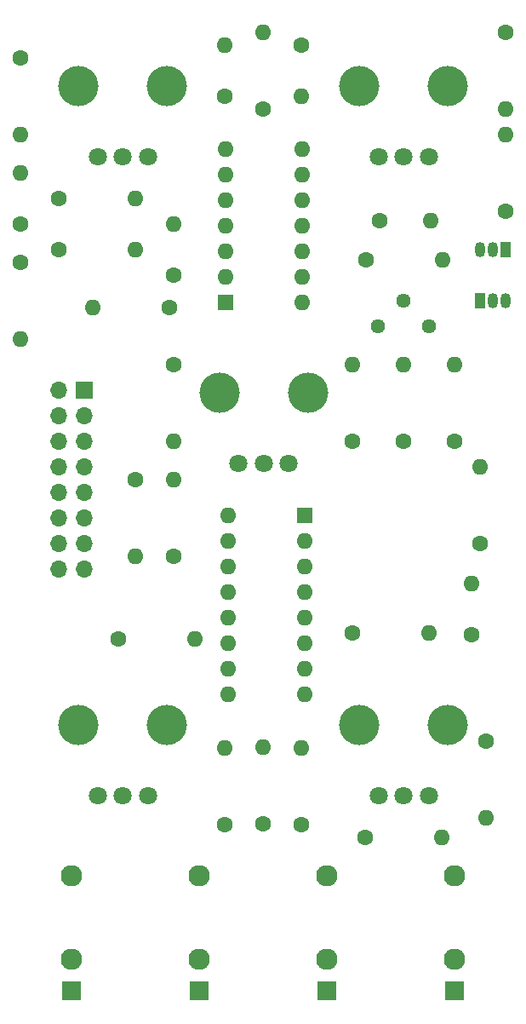
<source format=gts>
%TF.GenerationSoftware,KiCad,Pcbnew,(6.0.7)*%
%TF.CreationDate,2022-08-28T16:32:13+02:00*%
%TF.ProjectId,filter,66696c74-6572-42e6-9b69-6361645f7063,rev?*%
%TF.SameCoordinates,Original*%
%TF.FileFunction,Soldermask,Top*%
%TF.FilePolarity,Negative*%
%FSLAX46Y46*%
G04 Gerber Fmt 4.6, Leading zero omitted, Abs format (unit mm)*
G04 Created by KiCad (PCBNEW (6.0.7)) date 2022-08-28 16:32:13*
%MOMM*%
%LPD*%
G01*
G04 APERTURE LIST*
%ADD10O,1.600000X1.600000*%
%ADD11R,1.600000X1.600000*%
%ADD12C,4.000000*%
%ADD13C,1.800000*%
%ADD14C,1.600000*%
%ADD15R,1.930000X1.830000*%
%ADD16C,2.130000*%
%ADD17O,1.050000X1.500000*%
%ADD18R,1.050000X1.500000*%
%ADD19O,1.700000X1.700000*%
%ADD20R,1.700000X1.700000*%
%ADD21C,1.440000*%
G04 APERTURE END LIST*
D10*
X144874245Y-77149368D03*
X144874245Y-74609368D03*
X144874245Y-72069368D03*
X144874245Y-69529368D03*
X144874245Y-66989368D03*
X144874245Y-64449368D03*
X144874245Y-61909368D03*
X137254245Y-61909368D03*
X137254245Y-64449368D03*
X137254245Y-66989368D03*
X137254245Y-69529368D03*
X137254245Y-72069368D03*
X137254245Y-74609368D03*
D11*
X137254245Y-77149368D03*
D12*
X150540000Y-119130000D03*
X159340000Y-119130000D03*
D13*
X157440000Y-126130000D03*
X154940000Y-126130000D03*
X152440000Y-126130000D03*
D10*
X116840000Y-64200000D03*
D14*
X116840000Y-69280000D03*
D10*
X158858077Y-72858635D03*
D14*
X151238077Y-72858635D03*
D12*
X150540000Y-55630000D03*
X159340000Y-55630000D03*
D13*
X157440000Y-62630000D03*
X154940000Y-62630000D03*
X152440000Y-62630000D03*
D10*
X134174436Y-110518109D03*
D14*
X126554436Y-110518109D03*
D10*
X149860000Y-83250000D03*
D14*
X149860000Y-90870000D03*
D12*
X131400000Y-55630000D03*
X122600000Y-55630000D03*
D13*
X129500000Y-62630000D03*
X127000000Y-62630000D03*
X124500000Y-62630000D03*
D10*
X128270000Y-71820000D03*
D14*
X120650000Y-71820000D03*
D10*
X165100000Y-60390000D03*
D14*
X165100000Y-68010000D03*
D10*
X140970000Y-50230000D03*
D14*
X140970000Y-57850000D03*
D10*
X160020000Y-83250000D03*
D14*
X160020000Y-90870000D03*
D10*
X128270000Y-66740000D03*
D14*
X120650000Y-66740000D03*
D15*
X160020000Y-145480000D03*
D16*
X160020000Y-134080000D03*
X160020000Y-142380000D03*
D10*
X137160000Y-51500000D03*
D14*
X137160000Y-56580000D03*
D10*
X161698385Y-105026821D03*
D14*
X161698385Y-110106821D03*
D10*
X132080000Y-90870000D03*
D14*
X132080000Y-83250000D03*
D10*
X128255709Y-102378654D03*
D14*
X128255709Y-94758654D03*
D10*
X124012500Y-77609507D03*
D14*
X131632500Y-77609507D03*
X144780000Y-128970000D03*
D10*
X144780000Y-121350000D03*
X163160436Y-128350509D03*
D14*
X163160436Y-120730509D03*
D10*
X157654806Y-68989162D03*
D14*
X152574806Y-68989162D03*
X137160000Y-128970000D03*
D10*
X137160000Y-121350000D03*
D12*
X131400000Y-119130000D03*
X122600000Y-119130000D03*
D13*
X129500000Y-126130000D03*
X127000000Y-126130000D03*
X124500000Y-126130000D03*
D14*
X151130000Y-130240000D03*
D10*
X158750000Y-130240000D03*
X132080000Y-94680000D03*
D14*
X132080000Y-102300000D03*
D15*
X147320000Y-145480000D03*
D16*
X147320000Y-134080000D03*
X147320000Y-142380000D03*
D15*
X134620000Y-145480000D03*
D16*
X134620000Y-134080000D03*
X134620000Y-142380000D03*
D12*
X136606702Y-86110000D03*
X145406702Y-86110000D03*
D13*
X143506702Y-93110000D03*
X141006702Y-93110000D03*
X138506702Y-93110000D03*
D14*
X140983490Y-128894692D03*
D10*
X140983490Y-121274692D03*
X157480000Y-109920000D03*
D14*
X149860000Y-109920000D03*
D10*
X116840000Y-80710000D03*
D14*
X116840000Y-73090000D03*
D10*
X165100000Y-57850000D03*
D14*
X165100000Y-50230000D03*
D10*
X154940000Y-83250000D03*
D14*
X154940000Y-90870000D03*
D10*
X144780000Y-56580000D03*
D14*
X144780000Y-51500000D03*
D10*
X132080000Y-69280000D03*
D14*
X132080000Y-74360000D03*
X116840000Y-52770000D03*
D10*
X116840000Y-60390000D03*
X162560000Y-93410000D03*
D14*
X162560000Y-101030000D03*
D15*
X121920000Y-145480000D03*
D16*
X121920000Y-134080000D03*
X121920000Y-142380000D03*
D17*
X162560000Y-71820000D03*
X163830000Y-71820000D03*
D18*
X165100000Y-71820000D03*
D19*
X120655000Y-103585000D03*
X123195000Y-103585000D03*
X120655000Y-101045000D03*
X123195000Y-101045000D03*
X120655000Y-98505000D03*
X123195000Y-98505000D03*
X120655000Y-95965000D03*
X123195000Y-95965000D03*
X120655000Y-93425000D03*
X123195000Y-93425000D03*
X120655000Y-90885000D03*
X123195000Y-90885000D03*
X120655000Y-88345000D03*
X123195000Y-88345000D03*
X120655000Y-85805000D03*
D20*
X123195000Y-85805000D03*
D10*
X137502602Y-98256647D03*
X137502602Y-100796647D03*
X137502602Y-103336647D03*
X137502602Y-105876647D03*
X137502602Y-108416647D03*
X137502602Y-110956647D03*
X137502602Y-113496647D03*
X137502602Y-116036647D03*
X145122602Y-116036647D03*
X145122602Y-113496647D03*
X145122602Y-110956647D03*
X145122602Y-108416647D03*
X145122602Y-105876647D03*
X145122602Y-103336647D03*
X145122602Y-100796647D03*
D11*
X145122602Y-98256647D03*
D21*
X152400000Y-79440000D03*
X154940000Y-76900000D03*
X157480000Y-79440000D03*
D17*
X165100000Y-76900000D03*
X163830000Y-76900000D03*
D18*
X162560000Y-76900000D03*
M02*

</source>
